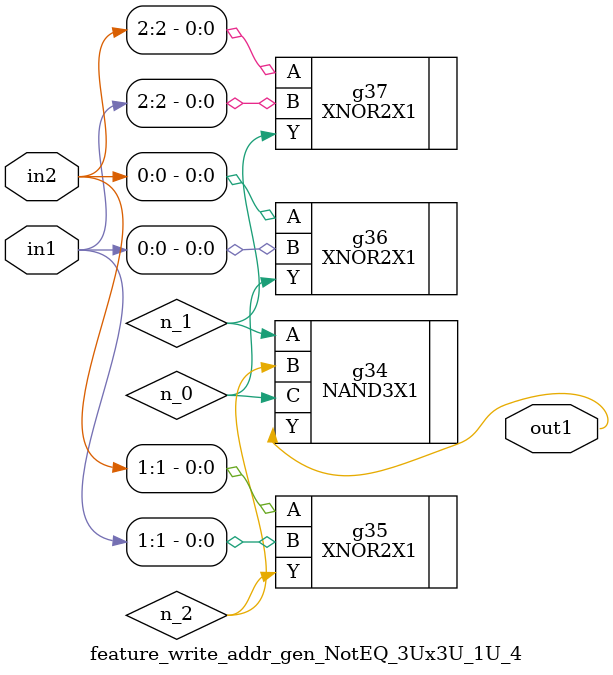
<source format=v>
`timescale 1ps / 1ps


module feature_write_addr_gen_NotEQ_3Ux3U_1U_4(in2, in1, out1);
  input [2:0] in2, in1;
  output out1;
  wire [2:0] in2, in1;
  wire out1;
  wire n_0, n_1, n_2;
  NAND3X1 g34(.A (n_1), .B (n_2), .C (n_0), .Y (out1));
  XNOR2X1 g35(.A (in2[1]), .B (in1[1]), .Y (n_2));
  XNOR2X1 g37(.A (in2[2]), .B (in1[2]), .Y (n_1));
  XNOR2X1 g36(.A (in2[0]), .B (in1[0]), .Y (n_0));
endmodule


</source>
